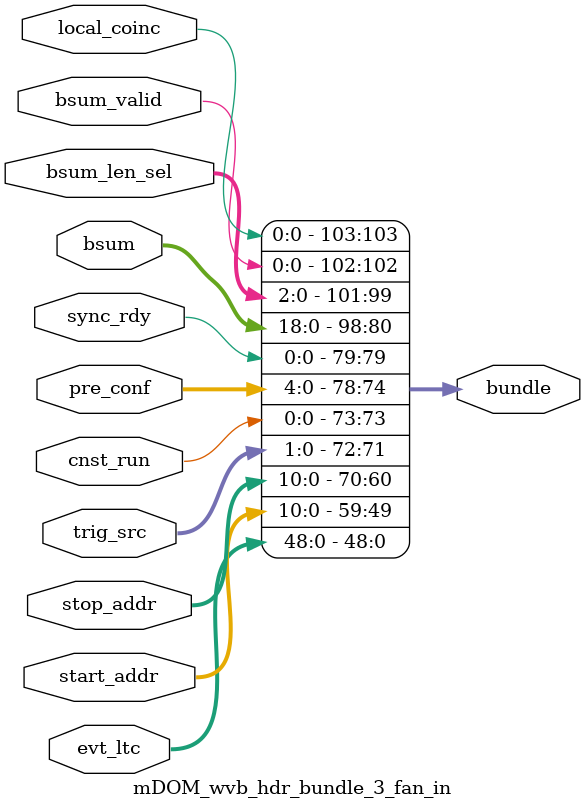
<source format=v>
module mDOM_wvb_hdr_bundle_3_fan_in
  (
   bundle,
   evt_ltc,
   start_addr,
   stop_addr,
   trig_src,
   cnst_run,
   pre_conf,
   sync_rdy,
   bsum,
   bsum_len_sel,
   bsum_valid,
   local_coinc
  );

`include "mDOM_wvb_hdr_bundle_3_inc.v"

   output [103:0] bundle;
   input [48:0] evt_ltc;
   input [10:0] start_addr;
   input [10:0] stop_addr;
   input [1:0] trig_src;
   input [0:0] cnst_run;
   input [4:0] pre_conf;
   input [0:0] sync_rdy;
   input [18:0] bsum;
   input [2:0] bsum_len_sel;
   input [0:0] bsum_valid;
   input [0:0] local_coinc;

assign bundle[48:0] = evt_ltc;
assign bundle[59:49] = start_addr;
assign bundle[70:60] = stop_addr;
assign bundle[72:71] = trig_src;
assign bundle[73:73] = cnst_run;
assign bundle[78:74] = pre_conf;
assign bundle[79:79] = sync_rdy;
assign bundle[98:80] = bsum;
assign bundle[101:99] = bsum_len_sel;
assign bundle[102:102] = bsum_valid;
assign bundle[103:103] = local_coinc;


endmodule

</source>
